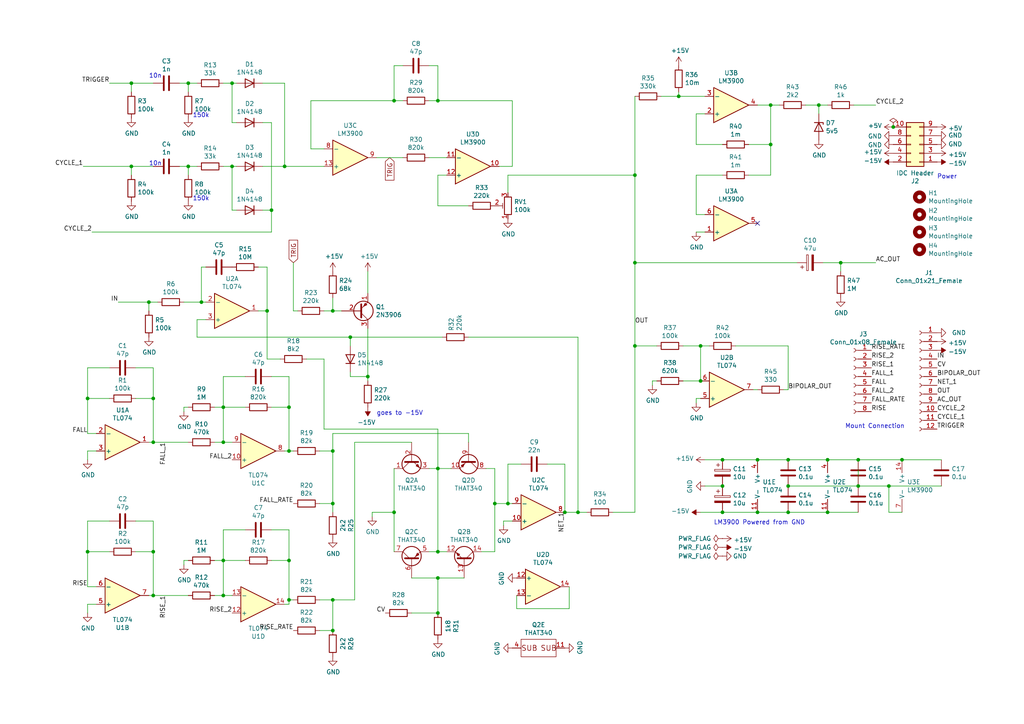
<source format=kicad_sch>
(kicad_sch (version 20230121) (generator eeschema)
  (paper "A4")
  (title_block (title "Voltage Controlled Slope") (date "2019-12-01") (rev "01") (comment 1 "Original design by Ken Stone") (comment 2 "Schema for main circuit") (comment 4 "License CC BY 4.0 - Attribution 4.0 International"))
  (junction (at 82.55 48.26))
  (junction (at 54.61 24.13))
  (junction (at 257.81 140.97))
  (junction (at 228.6 148.59))
  (junction (at 25.4 115.57))
  (junction (at 223.52 41.91))
  (junction (at 78.74 60.96))
  (junction (at 58.42 87.63))
  (junction (at 184.15 76.2))
  (junction (at 96.52 173.99))
  (junction (at 44.45 172.72))
  (junction (at 101.6 97.79))
  (junction (at 143.51 146.05))
  (junction (at 223.52 30.48))
  (junction (at 127 160.02))
  (junction (at 64.77 172.72))
  (junction (at 240.03 133.35))
  (junction (at 25.4 160.02))
  (junction (at 64.77 162.56))
  (junction (at 43.18 87.63))
  (junction (at 209.55 140.97))
  (junction (at 67.31 24.13))
  (junction (at 127 29.21))
  (junction (at 96.52 90.17))
  (junction (at 44.45 128.27))
  (junction (at 248.92 140.97))
  (junction (at 54.61 48.26))
  (junction (at 209.55 133.35))
  (junction (at 44.45 160.02))
  (junction (at 196.85 27.94))
  (junction (at 114.3 148.59))
  (junction (at 219.71 133.35))
  (junction (at 127 177.8))
  (junction (at 38.1 48.26))
  (junction (at 96.52 182.88))
  (junction (at 64.77 128.27))
  (junction (at 44.45 115.57))
  (junction (at 243.84 76.2))
  (junction (at 83.82 173.99))
  (junction (at 114.3 29.21))
  (junction (at 127 135.89))
  (junction (at 203.2 100.33))
  (junction (at 248.92 133.35))
  (junction (at 209.55 148.59))
  (junction (at 83.82 130.81))
  (junction (at 83.82 162.56))
  (junction (at 184.15 100.33))
  (junction (at 127 167.64))
  (junction (at 96.52 130.81))
  (junction (at 83.82 118.11))
  (junction (at 259.08 36.83))
  (junction (at 163.83 148.59))
  (junction (at 106.68 109.22))
  (junction (at 77.47 90.17))
  (junction (at 228.6 133.35))
  (junction (at 237.49 30.48))
  (junction (at 67.31 48.26))
  (junction (at 261.62 133.35))
  (junction (at 64.77 118.11))
  (junction (at 147.32 146.05))
  (junction (at 184.15 50.8))
  (junction (at 228.6 140.97))
  (junction (at 219.71 148.59))
  (junction (at 38.1 24.13))
  (junction (at 203.2 110.49))
  (junction (at 96.52 146.05))
  (junction (at 167.64 148.59))
  (junction (at 240.03 148.59))
  (no_connect (at 219.71 64.77))
  (wire (pts (xy 59.69 77.47) (xy 58.42 77.47)))
  (wire (pts (xy 231.14 76.2) (xy 184.15 76.2)))
  (wire (pts (xy 135.89 97.79) (xy 167.64 97.79)))
  (wire (pts (xy 223.52 50.8) (xy 217.17 50.8)))
  (wire (pts (xy 203.2 100.33) (xy 205.74 100.33)))
  (wire (pts (xy 228.6 100.33) (xy 228.6 113.03)))
  (wire (pts (xy 257.81 140.97) (xy 273.05 140.97)))
  (wire (pts (xy 25.4 175.26) (xy 25.4 177.8)))
  (wire (pts (xy 203.2 100.33) (xy 198.12 100.33)))
  (wire (pts (xy 165.1 176.53) (xy 165.1 170.18)))
  (wire (pts (xy 53.34 118.11) (xy 54.61 118.11)))
  (wire (pts (xy 184.15 27.94) (xy 184.15 50.8)))
  (wire (pts (xy 25.4 106.68) (xy 25.4 115.57)))
  (wire (pts (xy 78.74 162.56) (xy 83.82 162.56)))
  (wire (pts (xy 54.61 26.67) (xy 54.61 24.13)))
  (wire (pts (xy 237.49 30.48) (xy 237.49 33.02)))
  (wire (pts (xy 114.3 29.21) (xy 90.17 29.21)))
  (wire (pts (xy 106.68 85.09) (xy 106.68 78.74)))
  (wire (pts (xy 127 177.8) (xy 119.38 177.8)))
  (wire (pts (xy 27.94 175.26) (xy 25.4 175.26)))
  (wire (pts (xy 58.42 77.47) (xy 58.42 87.63)))
  (wire (pts (xy 53.34 162.56) (xy 54.61 162.56)))
  (wire (pts (xy 62.23 118.11) (xy 64.77 118.11)))
  (wire (pts (xy 228.6 133.35) (xy 240.03 133.35)))
  (wire (pts (xy 257.81 148.59) (xy 261.62 148.59)))
  (wire (pts (xy 219.71 30.48) (xy 223.52 30.48)))
  (wire (pts (xy 135.89 128.27) (xy 135.89 125.73)))
  (wire (pts (xy 54.61 48.26) (xy 57.15 48.26)))
  (wire (pts (xy 31.75 160.02) (xy 25.4 160.02)))
  (wire (pts (xy 219.71 113.03) (xy 218.44 113.03)))
  (wire (pts (xy 143.51 135.89) (xy 140.97 135.89)))
  (wire (pts (xy 39.37 160.02) (xy 44.45 160.02)))
  (wire (pts (xy 184.15 50.8) (xy 184.15 76.2)))
  (wire (pts (xy 96.52 146.05) (xy 96.52 148.59)))
  (wire (pts (xy 127 50.8) (xy 127 59.69)))
  (wire (pts (xy 58.42 87.63) (xy 59.69 87.63)))
  (wire (pts (xy 71.12 118.11) (xy 64.77 118.11)))
  (wire (pts (xy 67.31 35.56) (xy 68.58 35.56)))
  (wire (pts (xy 102.87 128.27) (xy 102.87 173.99)))
  (wire (pts (xy 223.52 41.91) (xy 223.52 50.8)))
  (wire (pts (xy 184.15 76.2) (xy 184.15 100.33)))
  (wire (pts (xy 25.4 125.73) (xy 27.94 125.73)))
  (wire (pts (xy 53.34 162.56) (xy 53.34 163.83)))
  (wire (pts (xy 43.18 87.63) (xy 45.72 87.63)))
  (wire (pts (xy 238.76 76.2) (xy 243.84 76.2)))
  (wire (pts (xy 67.31 48.26) (xy 67.31 60.96)))
  (wire (pts (xy 147.32 50.8) (xy 184.15 50.8)))
  (wire (pts (xy 203.2 148.59) (xy 209.55 148.59)))
  (wire (pts (xy 101.6 107.95) (xy 101.6 109.22)))
  (wire (pts (xy 184.15 100.33) (xy 184.15 148.59)))
  (wire (pts (xy 114.3 148.59) (xy 114.3 135.89)))
  (wire (pts (xy 24.13 48.26) (xy 38.1 48.26)))
  (wire (pts (xy 78.74 118.11) (xy 83.82 118.11)))
  (wire (pts (xy 90.17 29.21) (xy 90.17 43.18)))
  (wire (pts (xy 177.8 148.59) (xy 184.15 148.59)))
  (wire (pts (xy 93.98 124.46) (xy 127 124.46)))
  (wire (pts (xy 204.47 62.23) (xy 201.93 62.23)))
  (wire (pts (xy 62.23 162.56) (xy 64.77 162.56)))
  (wire (pts (xy 64.77 153.67) (xy 64.77 162.56)))
  (wire (pts (xy 158.75 134.62) (xy 163.83 134.62)))
  (wire (pts (xy 44.45 128.27) (xy 43.18 128.27)))
  (wire (pts (xy 43.18 90.17) (xy 43.18 87.63)))
  (wire (pts (xy 54.61 50.8) (xy 54.61 48.26)))
  (wire (pts (xy 146.05 151.13) (xy 148.59 151.13)))
  (wire (pts (xy 101.6 109.22) (xy 106.68 109.22)))
  (wire (pts (xy 147.32 55.88) (xy 147.32 50.8)))
  (wire (pts (xy 76.2 48.26) (xy 82.55 48.26)))
  (wire (pts (xy 203.2 110.49) (xy 203.2 100.33)))
  (wire (pts (xy 31.75 151.13) (xy 25.4 151.13)))
  (wire (pts (xy 53.34 87.63) (xy 58.42 87.63)))
  (wire (pts (xy 83.82 153.67) (xy 83.82 162.56)))
  (wire (pts (xy 38.1 50.8) (xy 38.1 48.26)))
  (wire (pts (xy 128.27 97.79) (xy 101.6 97.79)))
  (wire (pts (xy 44.45 151.13) (xy 44.45 160.02)))
  (wire (pts (xy 71.12 162.56) (xy 64.77 162.56)))
  (wire (pts (xy 204.47 140.97) (xy 209.55 140.97)))
  (wire (pts (xy 62.23 172.72) (xy 64.77 172.72)))
  (wire (pts (xy 52.07 24.13) (xy 54.61 24.13)))
  (wire (pts (xy 77.47 90.17) (xy 74.93 90.17)))
  (wire (pts (xy 101.6 97.79) (xy 101.6 100.33)))
  (wire (pts (xy 82.55 48.26) (xy 82.55 24.13)))
  (wire (pts (xy 248.92 133.35) (xy 261.62 133.35)))
  (wire (pts (xy 74.93 77.47) (xy 77.47 77.47)))
  (wire (pts (xy 64.77 48.26) (xy 67.31 48.26)))
  (wire (pts (xy 38.1 48.26) (xy 44.45 48.26)))
  (wire (pts (xy 83.82 109.22) (xy 83.82 118.11)))
  (wire (pts (xy 213.36 100.33) (xy 228.6 100.33)))
  (wire (pts (xy 25.4 151.13) (xy 25.4 160.02)))
  (wire (pts (xy 52.07 48.26) (xy 54.61 48.26)))
  (wire (pts (xy 129.54 50.8) (xy 127 50.8)))
  (wire (pts (xy 96.52 125.73) (xy 96.52 130.81)))
  (wire (pts (xy 147.32 134.62) (xy 147.32 146.05)))
  (wire (pts (xy 77.47 77.47) (xy 77.47 90.17)))
  (wire (pts (xy 243.84 78.74) (xy 243.84 76.2)))
  (wire (pts (xy 124.46 135.89) (xy 127 135.89)))
  (wire (pts (xy 76.2 35.56) (xy 78.74 35.56)))
  (wire (pts (xy 27.94 130.81) (xy 25.4 130.81)))
  (wire (pts (xy 83.82 130.81) (xy 85.09 130.81)))
  (wire (pts (xy 119.38 167.64) (xy 127 167.64)))
  (wire (pts (xy 26.67 67.31) (xy 78.74 67.31)))
  (wire (pts (xy 93.98 43.18) (xy 90.17 43.18)))
  (wire (pts (xy 67.31 48.26) (xy 68.58 48.26)))
  (wire (pts (xy 196.85 26.67) (xy 196.85 27.94)))
  (wire (pts (xy 82.55 130.81) (xy 83.82 130.81)))
  (wire (pts (xy 127 29.21) (xy 124.46 29.21)))
  (wire (pts (xy 139.7 160.02) (xy 143.51 160.02)))
  (wire (pts (xy 148.59 29.21) (xy 127 29.21)))
  (wire (pts (xy 209.55 41.91) (xy 201.93 41.91)))
  (wire (pts (xy 78.74 109.22) (xy 83.82 109.22)))
  (wire (pts (xy 129.54 160.02) (xy 127 160.02)))
  (wire (pts (xy 57.15 97.79) (xy 57.15 92.71)))
  (wire (pts (xy 64.77 128.27) (xy 67.31 128.27)))
  (wire (pts (xy 257.81 140.97) (xy 257.81 148.59)))
  (wire (pts (xy 44.45 172.72) (xy 54.61 172.72)))
  (wire (pts (xy 44.45 106.68) (xy 44.45 115.57)))
  (wire (pts (xy 44.45 160.02) (xy 44.45 172.72)))
  (wire (pts (xy 54.61 24.13) (xy 57.15 24.13)))
  (wire (pts (xy 31.75 106.68) (xy 25.4 106.68)))
  (wire (pts (xy 147.32 146.05) (xy 143.51 146.05)))
  (wire (pts (xy 146.05 152.4) (xy 146.05 151.13)))
  (wire (pts (xy 204.47 33.02) (xy 201.93 33.02)))
  (wire (pts (xy 25.4 160.02) (xy 25.4 170.18)))
  (wire (pts (xy 96.52 90.17) (xy 99.06 90.17)))
  (wire (pts (xy 71.12 109.22) (xy 64.77 109.22)))
  (wire (pts (xy 201.93 67.31) (xy 204.47 67.31)))
  (wire (pts (xy 127 124.46) (xy 127 135.89)))
  (wire (pts (xy 163.83 134.62) (xy 163.83 148.59)))
  (wire (pts (xy 261.62 133.35) (xy 273.05 133.35)))
  (wire (pts (xy 64.77 109.22) (xy 64.77 118.11)))
  (wire (pts (xy 76.2 60.96) (xy 78.74 60.96)))
  (wire (pts (xy 83.82 173.99) (xy 85.09 173.99)))
  (wire (pts (xy 96.52 173.99) (xy 96.52 182.88)))
  (wire (pts (xy 203.2 115.57) (xy 201.93 115.57)))
  (wire (pts (xy 106.68 110.49) (xy 106.68 109.22)))
  (wire (pts (xy 93.98 104.14) (xy 93.98 124.46)))
  (wire (pts (xy 240.03 148.59) (xy 248.92 148.59)))
  (wire (pts (xy 219.71 133.35) (xy 228.6 133.35)))
  (wire (pts (xy 209.55 148.59) (xy 219.71 148.59)))
  (wire (pts (xy 149.86 176.53) (xy 165.1 176.53)))
  (wire (pts (xy 151.13 134.62) (xy 147.32 134.62)))
  (wire (pts (xy 93.98 90.17) (xy 96.52 90.17)))
  (wire (pts (xy 109.22 45.72) (xy 116.84 45.72)))
  (wire (pts (xy 92.71 182.88) (xy 96.52 182.88)))
  (wire (pts (xy 83.82 173.99) (xy 83.82 175.26)))
  (wire (pts (xy 96.52 86.36) (xy 96.52 90.17)))
  (wire (pts (xy 223.52 41.91) (xy 223.52 30.48)))
  (wire (pts (xy 85.09 76.2) (xy 85.09 90.17)))
  (wire (pts (xy 107.95 148.59) (xy 114.3 148.59)))
  (wire (pts (xy 107.95 149.86) (xy 107.95 148.59)))
  (wire (pts (xy 243.84 76.2) (xy 254 76.2)))
  (wire (pts (xy 143.51 160.02) (xy 143.51 146.05)))
  (wire (pts (xy 240.03 133.35) (xy 248.92 133.35)))
  (wire (pts (xy 39.37 106.68) (xy 44.45 106.68)))
  (wire (pts (xy 196.85 27.94) (xy 204.47 27.94)))
  (wire (pts (xy 92.71 173.99) (xy 96.52 173.99)))
  (wire (pts (xy 67.31 24.13) (xy 67.31 35.56)))
  (wire (pts (xy 127 19.05) (xy 127 29.21)))
  (wire (pts (xy 96.52 130.81) (xy 92.71 130.81)))
  (wire (pts (xy 148.59 29.21) (xy 148.59 48.26)))
  (wire (pts (xy 167.64 148.59) (xy 170.18 148.59)))
  (wire (pts (xy 217.17 41.91) (xy 223.52 41.91)))
  (wire (pts (xy 127 135.89) (xy 127 160.02)))
  (wire (pts (xy 38.1 26.67) (xy 38.1 24.13)))
  (wire (pts (xy 77.47 104.14) (xy 81.28 104.14)))
  (wire (pts (xy 44.45 128.27) (xy 54.61 128.27)))
  (wire (pts (xy 167.64 97.79) (xy 167.64 148.59)))
  (wire (pts (xy 101.6 97.79) (xy 57.15 97.79)))
  (wire (pts (xy 64.77 128.27) (xy 62.23 128.27)))
  (wire (pts (xy 127 135.89) (xy 130.81 135.89)))
  (wire (pts (xy 25.4 115.57) (xy 25.4 125.73)))
  (wire (pts (xy 124.46 19.05) (xy 127 19.05)))
  (wire (pts (xy 102.87 128.27) (xy 119.38 128.27)))
  (wire (pts (xy 44.45 115.57) (xy 44.45 128.27)))
  (wire (pts (xy 201.93 41.91) (xy 201.93 33.02)))
  (wire (pts (xy 219.71 148.59) (xy 228.6 148.59)))
  (wire (pts (xy 57.15 92.71) (xy 59.69 92.71)))
  (wire (pts (xy 127 59.69) (xy 135.89 59.69)))
  (wire (pts (xy 114.3 148.59) (xy 114.3 160.02)))
  (wire (pts (xy 64.77 24.13) (xy 67.31 24.13)))
  (wire (pts (xy 226.06 30.48) (xy 223.52 30.48)))
  (wire (pts (xy 248.92 140.97) (xy 257.81 140.97)))
  (wire (pts (xy 31.75 24.13) (xy 38.1 24.13)))
  (wire (pts (xy 71.12 153.67) (xy 64.77 153.67)))
  (wire (pts (xy 53.34 118.11) (xy 53.34 119.38)))
  (wire (pts (xy 127 167.64) (xy 134.62 167.64)))
  (wire (pts (xy 39.37 151.13) (xy 44.45 151.13)))
  (wire (pts (xy 25.4 170.18) (xy 27.94 170.18)))
  (wire (pts (xy 78.74 153.67) (xy 83.82 153.67)))
  (wire (pts (xy 38.1 24.13) (xy 44.45 24.13)))
  (wire (pts (xy 124.46 45.72) (xy 129.54 45.72)))
  (wire (pts (xy 82.55 48.26) (xy 93.98 48.26)))
  (wire (pts (xy 96.52 130.81) (xy 96.52 146.05)))
  (wire (pts (xy 92.71 146.05) (xy 96.52 146.05)))
  (wire (pts (xy 201.93 50.8) (xy 201.93 62.23)))
  (wire (pts (xy 39.37 115.57) (xy 44.45 115.57)))
  (wire (pts (xy 190.5 110.49) (xy 189.23 110.49)))
  (wire (pts (xy 144.78 48.26) (xy 148.59 48.26)))
  (wire (pts (xy 209.55 50.8) (xy 201.93 50.8)))
  (wire (pts (xy 85.09 90.17) (xy 86.36 90.17)))
  (wire (pts (xy 31.75 115.57) (xy 25.4 115.57)))
  (wire (pts (xy 127 177.8) (xy 127 167.64)))
  (wire (pts (xy 233.68 30.48) (xy 237.49 30.48)))
  (wire (pts (xy 149.86 172.72) (xy 149.86 176.53)))
  (wire (pts (xy 78.74 35.56) (xy 78.74 60.96)))
  (wire (pts (xy 82.55 24.13) (xy 76.2 24.13)))
  (wire (pts (xy 116.84 19.05) (xy 114.3 19.05)))
  (wire (pts (xy 83.82 162.56) (xy 83.82 173.99)))
  (wire (pts (xy 64.77 162.56) (xy 64.77 172.72)))
  (wire (pts (xy 248.92 133.35) (xy 248.92 140.97)))
  (wire (pts (xy 209.55 133.35) (xy 219.71 133.35)))
  (wire (pts (xy 184.15 100.33) (xy 190.5 100.33)))
  (wire (pts (xy 78.74 60.96) (xy 78.74 67.31)))
  (wire (pts (xy 25.4 130.81) (xy 25.4 133.35)))
  (wire (pts (xy 228.6 148.59) (xy 240.03 148.59)))
  (wire (pts (xy 43.18 172.72) (xy 44.45 172.72)))
  (wire (pts (xy 198.12 110.49) (xy 203.2 110.49)))
  (wire (pts (xy 204.47 133.35) (xy 209.55 133.35)))
  (wire (pts (xy 67.31 60.96) (xy 68.58 60.96)))
  (wire (pts (xy 77.47 90.17) (xy 77.47 104.14)))
  (wire (pts (xy 240.03 30.48) (xy 237.49 30.48)))
  (wire (pts (xy 67.31 24.13) (xy 68.58 24.13)))
  (wire (pts (xy 189.23 110.49) (xy 189.23 111.76)))
  (wire (pts (xy 191.77 27.94) (xy 196.85 27.94)))
  (wire (pts (xy 143.51 146.05) (xy 143.51 135.89)))
  (wire (pts (xy 83.82 175.26) (xy 82.55 175.26)))
  (wire (pts (xy 148.59 146.05) (xy 147.32 146.05)))
  (wire (pts (xy 34.29 87.63) (xy 43.18 87.63)))
  (wire (pts (xy 228.6 113.03) (xy 227.33 113.03)))
  (wire (pts (xy 228.6 140.97) (xy 248.92 140.97)))
  (wire (pts (xy 114.3 19.05) (xy 114.3 29.21)))
  (wire (pts (xy 201.93 115.57) (xy 201.93 116.84)))
  (wire (pts (xy 247.65 30.48) (xy 254 30.48)))
  (wire (pts (xy 127 160.02) (xy 124.46 160.02)))
  (wire (pts (xy 135.89 125.73) (xy 96.52 125.73)))
  (wire (pts (xy 102.87 173.99) (xy 96.52 173.99)))
  (wire (pts (xy 64.77 172.72) (xy 67.31 172.72)))
  (wire (pts (xy 88.9 104.14) (xy 93.98 104.14)))
  (wire (pts (xy 106.68 109.22) (xy 106.68 95.25)))
  (wire (pts (xy 116.84 29.21) (xy 114.3 29.21)))
  (wire (pts (xy 83.82 118.11) (xy 83.82 130.81)))
  (wire (pts (xy 163.83 148.59) (xy 167.64 148.59)))
  (wire (pts (xy 64.77 118.11) (xy 64.77 128.27)))
  (text "150k" (at 55.88 58.42 0) (effects (font (size 1.27 1.27)) (justify left bottom)))
  (text "LM3900 Powered from GND" (at 207.01 152.4 0) (effects (font (size 1.27 1.27)) (justify left bottom)))
  (text "150k" (at 55.88 34.29 0) (effects (font (size 1.27 1.27)) (justify left bottom)))
  (text "10n" (at 43.18 48.26 0) (effects (font (size 1.27 1.27)) (justify left bottom)))
  (text "10n" (at 43.18 22.86 0) (effects (font (size 1.27 1.27)) (justify left bottom)))
  (text "Mount Connection" (at 245.11 124.46 0) (effects (font (size 1.27 1.27)) (justify left bottom)))
  (text "goes to -15V\n" (at 109.22 120.65 0) (effects (font (size 1.27 1.27)) (justify left bottom)))
  (text "Power" (at 271.78 52.07 0) (effects (font (size 1.27 1.27)) (justify left bottom)))
  (label "OUT" (at 271.78 114.3 0))
  (label "RISE" (at 252.73 119.38 0))
  (label "NET_1" (at 163.83 148.59 270))
  (label "FALL_1" (at 48.26 128.27 270))
  (label "TRIGGER" (at 271.78 124.46 0))
  (label "FALL_1" (at 252.73 109.22 0))
  (label "FALL" (at 25.4 125.73 180))
  (label "OUT" (at 184.15 93.98 0))
  (label "RISE_1" (at 48.26 172.72 270))
  (label "CYCLE_1" (at 24.13 48.26 180))
  (label "IN" (at 271.78 104.14 0))
  (label "AC_OUT" (at 271.78 116.84 0))
  (label "FALL_2" (at 67.31 133.35 180))
  (label "FALL" (at 252.73 111.76 0))
  (label "CYCLE_2" (at 26.67 67.31 180))
  (label "CYCLE_2" (at 271.78 119.38 0))
  (label "RISE_RATE" (at 252.73 101.6 0))
  (label "FALL_RATE" (at 252.73 116.84 0))
  (label "FALL_2" (at 252.73 114.3 0))
  (label "RISE_2" (at 67.31 177.8 180))
  (label "IN" (at 34.29 87.63 180))
  (label "AC_OUT" (at 254 76.2 0))
  (label "NET_1" (at 271.78 111.76 0))
  (label "RISE_1" (at 252.73 106.68 0))
  (label "BIPOLAR_OUT" (at 228.6 113.03 0))
  (label "TRIGGER" (at 31.75 24.13 180))
  (label "CYCLE_2" (at 254 30.48 0))
  (label "CV" (at 111.76 177.8 180))
  (label "RISE_RATE" (at 85.09 182.88 180))
  (label "CYCLE_1" (at 271.78 121.92 0))
  (label "FALL_RATE" (at 85.09 146.05 180))
  (label "CV" (at 271.78 106.68 0))
  (label "RISE_2" (at 252.73 104.14 0))
  (label "BIPOLAR_OUT" (at 271.78 109.22 0))
  (label "RISE" (at 25.4 170.18 180))
  (global_label "TRIG" (shape input) (at 85.09 76.2 90) (property "Intersheetrefs" "${INTERSHEET_REFS}" (effects hide)))
  (global_label "TRIG" (shape input) (at 113.03 45.72 270) (property "Intersheetrefs" "${INTERSHEET_REFS}" (effects hide)))
  (symbol (lib_id "power:+15V") (at 271.78 99.06 270) (unit 1)
    (property "Reference" "#PWR030" (effects hide))
    (property "Value" "+15V" (at 275.0312 99.441 90) (effects (justify left)))
  )
  (symbol (lib_id "power:-15V") (at 271.78 101.6 270) (unit 1)
    (property "Reference" "#PWR031" (effects hide))
    (property "Value" "-15V" (at 275.0312 101.981 90) (effects (justify left)))
  )
  (symbol (lib_id "Device:R") (at 38.1 30.48 180) (unit 1)
    (property "Reference" "R3" (at 39.878 29.3116 0) (effects (justify right)))
    (property "Value" "100k" (at 39.878 31.623 0) (effects (justify right)))
    (property "Footprint" "Resistor_THT:R_Axial_DIN0207_L6.3mm_D2.5mm_P10.16mm_Horizontal" (effects hide))
  )
  (symbol (lib_id "Device:C") (at 48.26 24.13 270) (unit 1)
    (property "Reference" "C3" (at 48.26 17.7292 90))
    (property "Value" "1n" (at 48.26 20.0406 90))
    (property "Footprint" "Capacitor_THT:C_Disc_D3.4mm_W2.1mm_P2.50mm" (effects hide))
  )
  (symbol (lib_id "power:GND") (at 38.1 34.29 0) (unit 1)
    (property "Reference" "#PWR03" (effects hide))
    (property "Value" "GND" (at 38.227 38.6842 0))
  )
  (symbol (lib_id "Device:R") (at 54.61 30.48 180) (unit 1)
    (property "Reference" "R7" (at 56.388 29.3116 0) (effects (justify right)))
    (property "Value" "100k" (at 56.388 31.623 0) (effects (justify right)))
    (property "Footprint" "Resistor_THT:R_Axial_DIN0207_L6.3mm_D2.5mm_P10.16mm_Horizontal" (effects hide))
  )
  (symbol (lib_id "power:GND") (at 54.61 34.29 0) (unit 1)
    (property "Reference" "#PWR08" (effects hide))
    (property "Value" "GND" (at 54.737 38.6842 0))
  )
  (symbol (lib_id "Device:R") (at 60.96 24.13 90) (unit 1)
    (property "Reference" "R13" (at 60.96 18.8722 90))
    (property "Value" "33k" (at 60.96 21.1836 90))
    (property "Footprint" "Resistor_THT:R_Axial_DIN0207_L6.3mm_D2.5mm_P10.16mm_Horizontal" (effects hide))
  )
  (symbol (lib_id "Device:R") (at 38.1 54.61 180) (unit 1)
    (property "Reference" "R4" (at 39.878 53.4416 0) (effects (justify right)))
    (property "Value" "100k" (at 39.878 55.753 0) (effects (justify right)))
    (property "Footprint" "Resistor_THT:R_Axial_DIN0207_L6.3mm_D2.5mm_P10.16mm_Horizontal" (effects hide))
  )
  (symbol (lib_id "Device:C") (at 48.26 48.26 270) (unit 1)
    (property "Reference" "C4" (at 48.26 41.8592 90))
    (property "Value" "1n" (at 48.26 44.1706 90))
    (property "Footprint" "Capacitor_THT:C_Disc_D3.4mm_W2.1mm_P2.50mm" (effects hide))
  )
  (symbol (lib_id "power:GND") (at 38.1 58.42 0) (unit 1)
    (property "Reference" "#PWR04" (effects hide))
    (property "Value" "GND" (at 38.227 62.8142 0))
  )
  (symbol (lib_id "Device:R") (at 54.61 54.61 180) (unit 1)
    (property "Reference" "R8" (at 56.388 53.4416 0) (effects (justify right)))
    (property "Value" "100k" (at 56.388 55.753 0) (effects (justify right)))
    (property "Footprint" "Resistor_THT:R_Axial_DIN0207_L6.3mm_D2.5mm_P10.16mm_Horizontal" (effects hide))
  )
  (symbol (lib_id "power:GND") (at 54.61 58.42 0) (unit 1)
    (property "Reference" "#PWR09" (effects hide))
    (property "Value" "GND" (at 54.737 62.8142 0))
  )
  (symbol (lib_id "Device:R") (at 60.96 48.26 90) (unit 1)
    (property "Reference" "R14" (at 60.96 43.0022 90))
    (property "Value" "33k" (at 60.96 45.3136 90))
    (property "Footprint" "Resistor_THT:R_Axial_DIN0207_L6.3mm_D2.5mm_P10.16mm_Horizontal" (effects hide))
  )
  (symbol (lib_id "Diode:1N4148") (at 72.39 24.13 180) (unit 1)
    (property "Reference" "D1" (at 72.39 18.6436 0))
    (property "Value" "1N4148" (at 72.39 20.955 0))
    (property "Footprint" "Diode_THT:D_DO-35_SOD27_P7.62mm_Horizontal" (effects hide))
    (property "Datasheet" "https://assets.nexperia.com/documents/data-sheet/1N4148_1N4448.pdf" (effects hide))
  )
  (symbol (lib_id "Diode:1N4148") (at 72.39 48.26 180) (unit 1)
    (property "Reference" "D3" (at 72.39 42.7736 0))
    (property "Value" "1N4148" (at 72.39 45.085 0))
    (property "Footprint" "Diode_THT:D_DO-35_SOD27_P7.62mm_Horizontal" (effects hide))
    (property "Datasheet" "https://assets.nexperia.com/documents/data-sheet/1N4148_1N4448.pdf" (effects hide))
  )
  (symbol (lib_id "Diode:1N4148") (at 72.39 35.56 180) (unit 1)
    (property "Reference" "D2" (at 72.39 30.0736 0))
    (property "Value" "1N4148" (at 72.39 32.385 0))
    (property "Footprint" "Diode_THT:D_DO-35_SOD27_P7.62mm_Horizontal" (effects hide))
    (property "Datasheet" "https://assets.nexperia.com/documents/data-sheet/1N4148_1N4448.pdf" (effects hide))
  )
  (symbol (lib_id "Diode:1N4148") (at 72.39 60.96 180) (unit 1)
    (property "Reference" "D4" (at 72.39 55.4736 0))
    (property "Value" "1N4148" (at 72.39 57.785 0))
    (property "Footprint" "Diode_THT:D_DO-35_SOD27_P7.62mm_Horizontal" (effects hide))
    (property "Datasheet" "https://assets.nexperia.com/documents/data-sheet/1N4148_1N4448.pdf" (effects hide))
  )
  (symbol (lib_id "Device:R") (at 120.65 45.72 90) (unit 1)
    (property "Reference" "R30" (at 120.65 40.4622 90))
    (property "Value" "820k" (at 120.65 42.7736 90))
    (property "Footprint" "Resistor_THT:R_Axial_DIN0207_L6.3mm_D2.5mm_P10.16mm_Horizontal" (effects hide))
  )
  (symbol (lib_id "Device:R") (at 120.65 29.21 90) (unit 1)
    (property "Reference" "R29" (at 120.65 23.9522 90))
    (property "Value" "820k" (at 120.65 26.2636 90))
    (property "Footprint" "Resistor_THT:R_Axial_DIN0207_L6.3mm_D2.5mm_P5.08mm_Vertical" (effects hide))
  )
  (symbol (lib_id "Device:C") (at 120.65 19.05 90) (unit 1)
    (property "Reference" "C8" (at 120.65 12.6492 90))
    (property "Value" "47p" (at 120.65 14.9606 90))
    (property "Footprint" "Capacitor_THT:C_Disc_D5.0mm_W2.5mm_P2.50mm" (effects hide))
  )
  (symbol (lib_id "Device:R") (at 196.85 22.86 0) (unit 1)
    (property "Reference" "R36" (at 198.628 21.6916 0) (effects (justify left)))
    (property "Value" "10m" (at 198.628 24.003 0) (effects (justify left)))
    (property "Footprint" "Resistor_THT:R_Axial_DIN0207_L6.3mm_D2.5mm_P10.16mm_Horizontal" (effects hide))
  )
  (symbol (lib_id "power:+15V") (at 196.85 19.05 0) (unit 1)
    (property "Reference" "#PWR022" (effects hide))
    (property "Value" "+15V" (at 197.231 14.6558 0))
  )
  (symbol (lib_id "Device:R") (at 187.96 27.94 270) (unit 1)
    (property "Reference" "R35" (at 187.96 22.6822 90))
    (property "Value" "330k" (at 187.96 24.9936 90))
    (property "Footprint" "Resistor_THT:R_Axial_DIN0207_L6.3mm_D2.5mm_P10.16mm_Horizontal" (effects hide))
  )
  (symbol (lib_id "Device:R") (at 213.36 41.91 270) (unit 1)
    (property "Reference" "R40" (at 213.36 36.6522 90))
    (property "Value" "1m" (at 213.36 38.9636 90))
    (property "Footprint" "Resistor_THT:R_Axial_DIN0207_L6.3mm_D2.5mm_P7.62mm_Horizontal" (effects hide))
  )
  (symbol (lib_id "Device:R") (at 213.36 50.8 270) (unit 1)
    (property "Reference" "R41" (at 213.36 45.5422 90))
    (property "Value" "1m" (at 213.36 47.8536 90))
    (property "Footprint" "Resistor_THT:R_Axial_DIN0207_L6.3mm_D2.5mm_P2.54mm_Vertical" (effects hide))
  )
  (symbol (lib_id "power:GND") (at 201.93 67.31 0) (unit 1)
    (property "Reference" "#PWR023" (effects hide))
    (property "Value" "GND" (at 202.057 71.7042 0))
  )
  (symbol (lib_id "Device:R") (at 229.87 30.48 270) (unit 1)
    (property "Reference" "R43" (at 229.87 25.2222 90))
    (property "Value" "2k2" (at 229.87 27.5336 90))
    (property "Footprint" "Resistor_THT:R_Axial_DIN0207_L6.3mm_D2.5mm_P10.16mm_Horizontal" (effects hide))
  )
  (symbol (lib_id "Device:D_Zener") (at 237.49 36.83 270) (unit 1)
    (property "Reference" "D7" (at 239.4966 35.6616 90) (effects (justify left)))
    (property "Value" "5v5" (at 239.4966 37.973 90) (effects (justify left)))
    (property "Footprint" "Diode_THT:D_DO-35_SOD27_P10.16mm_Horizontal" (effects hide))
  )
  (symbol (lib_id "power:GND") (at 237.49 40.64 0) (unit 1)
    (property "Reference" "#PWR028" (effects hide))
    (property "Value" "GND" (at 237.617 45.0342 0))
  )
  (symbol (lib_id "Device:R") (at 243.84 30.48 270) (unit 1)
    (property "Reference" "R46" (at 243.84 25.2222 90))
    (property "Value" "1k" (at 243.84 27.5336 90))
    (property "Footprint" "Resistor_THT:R_Axial_DIN0207_L6.3mm_D2.5mm_P10.16mm_Horizontal" (effects hide))
  )
  (symbol (lib_id "Device:C_Polarized") (at 234.95 76.2 90) (unit 1)
    (property "Reference" "C10" (at 234.95 69.723 90))
    (property "Value" "47u" (at 234.95 72.0344 90))
    (property "Footprint" "Capacitor_THT:CP_Radial_D5.0mm_P2.50mm" (effects hide))
  )
  (symbol (lib_id "power:GND") (at 271.78 96.52 90) (unit 1)
    (property "Reference" "#PWR032" (effects hide))
    (property "Value" "GND" (at 278.13 96.52 90))
  )
  (symbol (lib_id "elektrophon:LM3900") (at 212.09 64.77 0) (mirror x) (unit 1)
    (property "Reference" "U3" (at 212.09 55.4482 0))
    (property "Value" "LM3900" (at 212.09 57.7596 0))
    (property "Footprint" "Package_DIP:DIP-14_W7.62mm_Socket" (effects hide))
  )
  (symbol (lib_id "elektrophon:LM3900") (at 212.09 30.48 0) (mirror x) (unit 2)
    (property "Reference" "U3" (at 212.09 21.1582 0))
    (property "Value" "LM3900" (at 212.09 23.4696 0))
    (property "Footprint" "Package_DIP:DIP-14_W7.62mm_Socket" (effects hide))
  )
  (symbol (lib_id "elektrophon:LM3900") (at 101.6 45.72 0) (mirror x) (unit 3)
    (property "Reference" "U3" (at 101.6 36.3982 0))
    (property "Value" "LM3900" (at 101.6 38.7096 0))
    (property "Footprint" "Package_DIP:DIP-14_W7.62mm_Socket" (effects hide))
  )
  (symbol (lib_id "elektrophon:LM3900") (at 137.16 48.26 0) (mirror x) (unit 4)
    (property "Reference" "U3" (at 137.16 38.9382 0))
    (property "Value" "LM3900" (at 137.16 41.2496 0))
    (property "Footprint" "Package_DIP:DIP-14_W7.62mm_Socket" (effects hide))
  )
  (symbol (lib_id "Device:R") (at 243.84 82.55 0) (unit 1)
    (property "Reference" "R47" (at 245.618 81.3816 0) (effects (justify left)))
    (property "Value" "1M" (at 245.618 83.693 0) (effects (justify left)))
    (property "Footprint" "Resistor_THT:R_Axial_DIN0207_L6.3mm_D2.5mm_P10.16mm_Horizontal" (effects hide))
  )
  (symbol (lib_id "power:GND") (at 243.84 86.36 0) (unit 1)
    (property "Reference" "#PWR029" (effects hide))
    (property "Value" "GND" (at 243.967 90.7542 0))
  )
  (symbol (lib_id "Amplifier_Operational:TL074") (at 156.21 148.59 0) (mirror x) (unit 3)
    (property "Reference" "U2" (at 156.21 139.2682 0))
    (property "Value" "TL074" (at 156.21 141.5796 0))
    (property "Footprint" "Package_DIP:DIP-14_W7.62mm_Socket" (effects hide))
    (property "Datasheet" "http://www.ti.com/lit/ds/symlink/tl071.pdf" (effects hide))
  )
  (symbol (lib_id "Amplifier_Operational:TL074") (at 157.48 170.18 0) (unit 4)
    (property "Reference" "U2" (at 157.48 160.8582 0))
    (property "Value" "TL074" (at 157.48 163.1696 0))
    (property "Footprint" "Package_DIP:DIP-14_W7.62mm_Socket" (effects hide))
    (property "Datasheet" "http://www.ti.com/lit/ds/symlink/tl071.pdf" (effects hide))
  )
  (symbol (lib_id "power:GND") (at 149.86 167.64 270) (unit 1)
    (property "Reference" "#PWR020" (effects hide))
    (property "Value" "GND" (at 145.4658 167.767 0))
  )
  (symbol (lib_id "Amplifier_Operational:TL074") (at 210.82 113.03 0) (mirror x) (unit 2)
    (property "Reference" "U2" (at 210.82 103.7082 0))
    (property "Value" "TL074" (at 210.82 106.0196 0))
    (property "Footprint" "Package_DIP:DIP-14_W7.62mm_Socket" (effects hide))
    (property "Datasheet" "http://www.ti.com/lit/ds/symlink/tl071.pdf" (effects hide))
  )
  (symbol (lib_id "Device:R") (at 223.52 113.03 90) (unit 1)
    (property "Reference" "R45" (at 223.52 107.7722 90))
    (property "Value" "330" (at 223.52 110.0836 90))
    (property "Footprint" "Resistor_THT:R_Axial_DIN0207_L6.3mm_D2.5mm_P10.16mm_Horizontal" (effects hide))
  )
  (symbol (lib_id "Device:R") (at 209.55 100.33 90) (unit 1)
    (property "Reference" "R42" (at 209.55 95.0722 90))
    (property "Value" "100k" (at 209.55 97.3836 90))
    (property "Footprint" "Resistor_THT:R_Axial_DIN0207_L6.3mm_D2.5mm_P10.16mm_Horizontal" (effects hide))
  )
  (symbol (lib_id "power:GND") (at 201.93 116.84 0) (unit 1)
    (property "Reference" "#PWR025" (effects hide))
    (property "Value" "GND" (at 202.057 121.2342 0))
  )
  (symbol (lib_id "Connector:Conn_01x12_Socket") (at 266.7 109.22 0) (mirror y) (unit 1)
    (property "Reference" "J1" (at 269.4432 79.121 0))
    (property "Value" "Conn_01x21_Female" (at 269.4432 81.4324 0))
    (property "Footprint" "Connector_PinSocket_2.54mm:PinSocket_1x21_P2.54mm_Vertical" (effects hide))
  )
  (symbol (lib_id "Device:R") (at 194.31 110.49 90) (unit 1)
    (property "Reference" "R38" (at 194.31 105.2322 90))
    (property "Value" "620k" (at 194.31 107.5436 90))
    (property "Footprint" "Resistor_THT:R_Axial_DIN0207_L6.3mm_D2.5mm_P10.16mm_Horizontal" (effects hide))
  )
  (symbol (lib_id "Device:R") (at 194.31 100.33 90) (unit 1)
    (property "Reference" "R37" (at 194.31 95.0722 90))
    (property "Value" "100k" (at 194.31 97.3836 90))
    (property "Footprint" "Resistor_THT:R_Axial_DIN0207_L6.3mm_D2.5mm_P10.16mm_Horizontal" (effects hide))
  )
  (symbol (lib_id "power:GND") (at 189.23 111.76 0) (unit 1)
    (property "Reference" "#PWR024" (effects hide))
    (property "Value" "GND" (at 189.357 116.1542 0))
  )
  (symbol (lib_id "Device:R") (at 43.18 93.98 180) (unit 1)
    (property "Reference" "R5" (at 44.958 92.8116 0) (effects (justify right)))
    (property "Value" "100k" (at 44.958 95.123 0) (effects (justify right)))
    (property "Footprint" "Resistor_THT:R_Axial_DIN0207_L6.3mm_D2.5mm_P10.16mm_Horizontal" (effects hide))
  )
  (symbol (lib_id "power:GND") (at 43.18 97.79 0) (unit 1)
    (property "Reference" "#PWR05" (effects hide))
    (property "Value" "GND" (at 43.307 102.1842 0))
  )
  (symbol (lib_id "Device:R") (at 49.53 87.63 90) (unit 1)
    (property "Reference" "R6" (at 49.53 82.3722 90))
    (property "Value" "100k" (at 49.53 84.6836 90))
    (property "Footprint" "Resistor_THT:R_Axial_DIN0207_L6.3mm_D2.5mm_P10.16mm_Horizontal" (effects hide))
  )
  (symbol (lib_id "Amplifier_Operational:TL074") (at 67.31 90.17 0) (mirror x) (unit 1)
    (property "Reference" "U2" (at 67.31 80.8482 0))
    (property "Value" "TL074" (at 67.31 83.1596 0))
    (property "Footprint" "Package_DIP:DIP-14_W7.62mm_Socket" (effects hide))
    (property "Datasheet" "http://www.ti.com/lit/ds/symlink/tl071.pdf" (effects hide))
  )
  (symbol (lib_id "Device:R") (at 71.12 77.47 90) (unit 1)
    (property "Reference" "R15" (at 71.12 72.2122 90))
    (property "Value" "10M" (at 71.12 74.5236 90))
    (property "Footprint" "Resistor_THT:R_Axial_DIN0207_L6.3mm_D2.5mm_P10.16mm_Horizontal" (effects hide))
  )
  (symbol (lib_id "Device:C") (at 63.5 77.47 270) (unit 1)
    (property "Reference" "C5" (at 63.5 71.0692 90))
    (property "Value" "47p" (at 63.5 73.3806 90))
    (property "Footprint" "Capacitor_THT:C_Disc_D3.4mm_W2.1mm_P2.50mm" (effects hide))
  )
  (symbol (lib_id "Device:R") (at 90.17 90.17 90) (unit 1)
    (property "Reference" "R23" (at 90.17 84.9122 90))
    (property "Value" "220k" (at 90.17 87.2236 90))
    (property "Footprint" "Resistor_THT:R_Axial_DIN0207_L6.3mm_D2.5mm_P10.16mm_Horizontal" (effects hide))
  )
  (symbol (lib_id "Device:R") (at 96.52 82.55 0) (unit 1)
    (property "Reference" "R24" (at 98.298 81.3816 0) (effects (justify left)))
    (property "Value" "68k" (at 98.298 83.693 0) (effects (justify left)))
    (property "Footprint" "Resistor_THT:R_Axial_DIN0207_L6.3mm_D2.5mm_P10.16mm_Horizontal" (effects hide))
  )
  (symbol (lib_id "Transistor_BJT:2N3906") (at 104.14 90.17 0) (mirror x) (unit 1)
    (property "Reference" "Q1" (at 108.966 89.0016 0) (effects (justify left)))
    (property "Value" "2N3906" (at 108.966 91.313 0) (effects (justify left)))
    (property "Footprint" "Package_TO_SOT_THT:TO-92_Inline" (effects hide))
    (property "Datasheet" "https://www.fairchildsemi.com/datasheets/2N/2N3906.pdf" (effects hide))
  )
  (symbol (lib_id "Diode:1N4148") (at 101.6 104.14 90) (unit 1)
    (property "Reference" "D5" (at 103.6066 102.9716 90) (effects (justify right)))
    (property "Value" "1N4148" (at 103.6066 105.283 90) (effects (justify right)))
    (property "Footprint" "Diode_THT:D_DO-35_SOD27_P7.62mm_Horizontal" (effects hide))
    (property "Datasheet" "https://assets.nexperia.com/documents/data-sheet/1N4148_1N4448.pdf" (effects hide))
  )
  (symbol (lib_id "power:+15V") (at 96.52 78.74 0) (unit 1)
    (property "Reference" "#PWR010" (effects hide))
    (property "Value" "+15V" (at 96.901 74.3458 0))
  )
  (symbol (lib_id "power:+15V") (at 106.68 78.74 0) (unit 1)
    (property "Reference" "#PWR013" (effects hide))
    (property "Value" "+15V" (at 107.061 74.3458 0))
  )
  (symbol (lib_id "Device:R") (at 106.68 114.3 0) (unit 1)
    (property "Reference" "R27" (at 108.458 113.1316 0) (effects (justify left)))
    (property "Value" "220k" (at 108.458 115.443 0) (effects (justify left)))
    (property "Footprint" "Resistor_THT:R_Axial_DIN0207_L6.3mm_D2.5mm_P10.16mm_Horizontal" (effects hide))
  )
  (symbol (lib_id "Amplifier_Operational:TL074") (at 35.56 128.27 0) (mirror x) (unit 1)
    (property "Reference" "U1" (at 35.56 118.9482 0))
    (property "Value" "TL074" (at 35.56 121.2596 0))
    (property "Footprint" "Package_DIP:DIP-14_W7.62mm_Socket" (effects hide))
    (property "Datasheet" "http://www.ti.com/lit/ds/symlink/tl071.pdf" (effects hide))
  )
  (symbol (lib_id "Amplifier_Operational:TL074") (at 35.56 172.72 0) (mirror x) (unit 2)
    (property "Reference" "U1" (at 35.56 182.0418 0))
    (property "Value" "TL074" (at 35.56 179.7304 0))
    (property "Footprint" "Package_DIP:DIP-14_W7.62mm_Socket" (effects hide))
    (property "Datasheet" "http://www.ti.com/lit/ds/symlink/tl071.pdf" (effects hide))
  )
  (symbol (lib_id "Amplifier_Operational:TL074") (at 74.93 130.81 0) (mirror x) (unit 3)
    (property "Reference" "U1" (at 74.93 140.1318 0))
    (property "Value" "TL074" (at 74.93 137.8204 0))
    (property "Footprint" "Package_DIP:DIP-14_W7.62mm_Socket" (effects hide))
    (property "Datasheet" "http://www.ti.com/lit/ds/symlink/tl071.pdf" (effects hide))
  )
  (symbol (lib_id "Amplifier_Operational:TL074") (at 74.93 175.26 0) (mirror x) (unit 4)
    (property "Reference" "U1" (at 74.93 184.5818 0))
    (property "Value" "TL074" (at 74.93 182.2704 0))
    (property "Footprint" "Package_DIP:DIP-14_W7.62mm_Socket" (effects hide))
    (property "Datasheet" "http://www.ti.com/lit/ds/symlink/tl071.pdf" (effects hide))
  )
  (symbol (lib_id "Device:R") (at 35.56 115.57 90) (unit 1)
    (property "Reference" "R1" (at 35.56 110.3122 90))
    (property "Value" "100k" (at 35.56 112.6236 90))
    (property "Footprint" "Resistor_THT:R_Axial_DIN0207_L6.3mm_D2.5mm_P2.54mm_Vertical" (effects hide))
  )
  (symbol (lib_id "Device:C") (at 35.56 106.68 90) (unit 1)
    (property "Reference" "C1" (at 35.56 100.2792 90))
    (property "Value" "47p" (at 35.56 102.5906 90))
    (property "Footprint" "Capacitor_THT:C_Disc_D3.4mm_W2.1mm_P2.50mm" (effects hide))
  )
  (symbol (lib_id "power:GND") (at 25.4 133.35 0) (unit 1)
    (property "Reference" "#PWR01" (effects hide))
    (property "Value" "GND" (at 25.527 137.7442 0))
  )
  (symbol (lib_id "Device:R") (at 74.93 118.11 90) (unit 1)
    (property "Reference" "R16" (at 74.93 112.8522 90))
    (property "Value" "820k" (at 74.93 115.1636 90))
    (property "Footprint" "Resistor_THT:R_Axial_DIN0207_L6.3mm_D2.5mm_P2.54mm_Vertical" (effects hide))
  )
  (symbol (lib_id "Device:C") (at 74.93 109.22 90) (unit 1)
    (property "Reference" "C6" (at 74.93 102.8192 90))
    (property "Value" "47p" (at 74.93 105.1306 90))
    (property "Footprint" "Capacitor_THT:C_Disc_D3.4mm_W2.1mm_P2.50mm" (effects hide))
  )
  (symbol (lib_id "Device:R") (at 35.56 160.02 90) (unit 1)
    (property "Reference" "R2" (at 35.56 154.7622 90))
    (property "Value" "100k" (at 35.56 157.0736 90))
    (property "Footprint" "Resistor_THT:R_Axial_DIN0207_L6.3mm_D2.5mm_P2.54mm_Vertical" (effects hide))
  )
  (symbol (lib_id "Device:C") (at 35.56 151.13 90) (unit 1)
    (property "Reference" "C2" (at 35.56 144.7292 90))
    (property "Value" "47p" (at 35.56 147.0406 90))
    (property "Footprint" "Capacitor_THT:C_Disc_D3.4mm_W2.1mm_P2.50mm" (effects hide))
  )
  (symbol (lib_id "Device:R") (at 74.93 162.56 90) (unit 1)
    (property "Reference" "R17" (at 74.93 157.3022 90))
    (property "Value" "820k" (at 74.93 159.6136 90))
    (property "Footprint" "Resistor_THT:R_Axial_DIN0207_L6.3mm_D2.5mm_P10.16mm_Horizontal" (effects hide))
  )
  (symbol (lib_id "Device:C") (at 74.93 153.67 90) (unit 1)
    (property "Reference" "C7" (at 74.93 147.2692 90))
    (property "Value" "47p" (at 74.93 149.5806 90))
    (property "Footprint" "Capacitor_THT:C_Disc_D3.4mm_W2.1mm_P2.50mm" (effects hide))
  )
  (symbol (lib_id "power:GND") (at 25.4 177.8 0) (unit 1)
    (property "Reference" "#PWR02" (effects hide))
    (property "Value" "GND" (at 25.527 182.1942 0))
  )
  (symbol (lib_id "Device:R") (at 58.42 118.11 90) (unit 1)
    (property "Reference" "R9" (at 58.42 112.8522 90))
    (property "Value" "1M" (at 58.42 115.1636 90))
    (property "Footprint" "Resistor_THT:R_Axial_DIN0207_L6.3mm_D2.5mm_P10.16mm_Horizontal" (effects hide))
  )
  (symbol (lib_id "power:GND") (at 53.34 119.38 0) (unit 1)
    (property "Reference" "#PWR06" (effects hide))
    (property "Value" "GND" (at 53.467 123.7742 0))
  )
  (symbol (lib_id "Device:R") (at 58.42 128.27 90) (unit 1)
    (property "Reference" "R10" (at 58.42 123.0122 90))
    (property "Value" "470k" (at 58.42 125.3236 90))
    (property "Footprint" "Resistor_THT:R_Axial_DIN0207_L6.3mm_D2.5mm_P10.16mm_Horizontal" (effects hide))
  )
  (symbol (lib_id "Device:R") (at 88.9 130.81 90) (unit 1)
    (property "Reference" "R19" (at 88.9 125.5522 90))
    (property "Value" "82k" (at 88.9 127.8636 90))
    (property "Footprint" "Resistor_THT:R_Axial_DIN0207_L6.3mm_D2.5mm_P10.16mm_Horizontal" (effects hide))
  )
  (symbol (lib_id "Device:R") (at 58.42 162.56 90) (unit 1)
    (property "Reference" "R11" (at 58.42 157.3022 90))
    (property "Value" "1M" (at 58.42 159.6136 90))
    (property "Footprint" "Resistor_THT:R_Axial_DIN0207_L6.3mm_D2.5mm_P10.16mm_Horizontal" (effects hide))
  )
  (symbol (lib_id "power:GND") (at 53.34 163.83 0) (unit 1)
    (property "Reference" "#PWR07" (effects hide))
    (property "Value" "GND" (at 53.467 168.2242 0))
  )
  (symbol (lib_id "Device:R") (at 58.42 172.72 90) (unit 1)
    (property "Reference" "R12" (at 58.42 167.4622 90))
    (property "Value" "470k" (at 58.42 169.7736 90))
    (property "Footprint" "Resistor_THT:R_Axial_DIN0207_L6.3mm_D2.5mm_P10.16mm_Horizontal" (effects hide))
  )
  (symbol (lib_id "Device:R") (at 88.9 146.05 90) (unit 1)
    (property "Reference" "R20" (at 88.9 140.7922 90))
    (property "Value" "82k" (at 88.9 143.1036 90))
    (property "Footprint" "Resistor_THT:R_Axial_DIN0207_L6.3mm_D2.5mm_P10.16mm_Horizontal" (effects hide))
  )
  (symbol (lib_id "Device:R") (at 96.52 152.4 0) (unit 1)
    (property "Reference" "R25" (at 101.7778 152.4 90))
    (property "Value" "2k2" (at 99.4664 152.4 90))
    (property "Footprint" "Resistor_THT:R_Axial_DIN0207_L6.3mm_D2.5mm_P10.16mm_Horizontal" (effects hide))
  )
  (symbol (lib_id "power:GND") (at 96.52 156.21 0) (unit 1)
    (property "Reference" "#PWR011" (effects hide))
    (property "Value" "GND" (at 96.647 160.6042 0))
  )
  (symbol (lib_id "Device:R") (at 88.9 182.88 90) (unit 1)
    (property "Reference" "R22" (at 88.9 177.6222 90))
    (property "Value" "82k" (at 88.9 179.9336 90))
    (property "Footprint" "Resistor_THT:R_Axial_DIN0207_L6.3mm_D2.5mm_P10.16mm_Horizontal" (effects hide))
  )
  (symbol (lib_id "Device:R") (at 96.52 186.69 0) (unit 1)
    (property "Reference" "R26" (at 101.7778 186.69 90))
    (property "Value" "2k2" (at 99.4664 186.69 90))
    (property "Footprint" "Resistor_THT:R_Axial_DIN0207_L6.3mm_D2.5mm_P10.16mm_Horizontal" (effects hide))
  )
  (symbol (lib_id "power:GND") (at 96.52 190.5 0) (unit 1)
    (property "Reference" "#PWR012" (effects hide))
    (property "Value" "GND" (at 96.647 194.8942 0))
  )
  (symbol (lib_id "Device:R") (at 88.9 173.99 90) (unit 1)
    (property "Reference" "R21" (at 88.9 168.7322 90))
    (property "Value" "82k" (at 88.9 171.0436 90))
    (property "Footprint" "Resistor_THT:R_Axial_DIN0207_L6.3mm_D2.5mm_P10.16mm_Horizontal" (effects hide))
  )
  (symbol (lib_id "power:GND") (at 107.95 149.86 0) (unit 1)
    (property "Reference" "#PWR015" (effects hide))
    (property "Value" "GND" (at 108.077 154.2542 0))
  )
  (symbol (lib_id "Device:R") (at 85.09 104.14 90) (unit 1)
    (property "Reference" "R18" (at 85.09 98.8822 90))
    (property "Value" "8k2" (at 85.09 101.1936 90))
    (property "Footprint" "Resistor_THT:R_Axial_DIN0207_L6.3mm_D2.5mm_P10.16mm_Horizontal" (effects hide))
  )
  (symbol (lib_id "power:GND") (at 146.05 152.4 0) (unit 1)
    (property "Reference" "#PWR017" (effects hide))
    (property "Value" "GND" (at 146.177 156.7942 0))
  )
  (symbol (lib_id "Device:C") (at 154.94 134.62 90) (unit 1)
    (property "Reference" "C9" (at 154.94 128.2192 90))
    (property "Value" "22n" (at 154.94 130.5306 90))
    (property "Footprint" "Capacitor_THT:C_Disc_D3.4mm_W2.1mm_P2.50mm" (effects hide))
  )
  (symbol (lib_id "Device:R") (at 173.99 148.59 90) (unit 1)
    (property "Reference" "R34" (at 173.99 143.3322 90))
    (property "Value" "100" (at 173.99 145.6436 90))
    (property "Footprint" "Resistor_THT:R_Axial_DIN0207_L6.3mm_D2.5mm_P10.16mm_Horizontal" (effects hide))
  )
  (symbol (lib_id "elektrophon:THAT340") (at 119.38 133.35 90) (mirror x) (unit 1)
    (property "Reference" "Q2" (at 119.38 139.319 90))
    (property "Value" "THAT340" (at 119.38 141.6304 90))
    (property "Footprint" "Package_DIP:DIP-14_W7.62mm_Socket" (effects hide))
  )
  (symbol (lib_id "elektrophon:THAT340") (at 134.62 162.56 270) (mirror x) (unit 2)
    (property "Reference" "Q2" (at 134.62 154.2542 90))
    (property "Value" "THAT340" (at 134.62 156.5656 90))
    (property "Footprint" "Package_DIP:DIP-14_W7.62mm_Socket" (effects hide))
  )
  (symbol (lib_id "elektrophon:THAT340") (at 119.38 162.56 270) (mirror x) (unit 3)
    (property "Reference" "Q2" (at 119.38 154.2542 90))
    (property "Value" "THAT340" (at 119.38 156.5656 90))
    (property "Footprint" "Package_DIP:DIP-14_W7.62mm_Socket" (effects hide))
  )
  (symbol (lib_id "elektrophon:THAT340") (at 135.89 133.35 90) (mirror x) (unit 4)
    (property "Reference" "Q2" (at 135.89 139.319 90))
    (property "Value" "THAT340" (at 135.89 141.6304 90))
    (property "Footprint" "Package_DIP:DIP-14_W7.62mm_Socket" (effects hide))
  )
  (symbol (lib_id "elektrophon:THAT340") (at 156.21 187.96 0) (unit 5)
    (property "Reference" "Q2" (at 156.21 181.229 0))
    (property "Value" "THAT340" (at 156.21 183.5404 0))
    (property "Footprint" "Package_DIP:DIP-14_W7.62mm_Socket" (effects hide))
  )
  (symbol (lib_id "Device:R") (at 132.08 97.79 90) (unit 1)
    (property "Reference" "R32" (at 130.9116 96.012 0) (effects (justify left)))
    (property "Value" "220k" (at 133.223 96.012 0) (effects (justify left)))
    (property "Footprint" "Resistor_THT:R_Axial_DIN0207_L6.3mm_D2.5mm_P10.16mm_Horizontal" (effects hide))
  )
  (symbol (lib_id "power:GND") (at 163.83 187.96 90) (unit 1)
    (property "Reference" "#PWR021" (effects hide))
    (property "Value" "GND" (at 168.2242 187.833 0))
  )
  (symbol (lib_id "power:GND") (at 148.59 187.96 270) (unit 1)
    (property "Reference" "#PWR019" (effects hide))
    (property "Value" "GND" (at 144.1958 188.087 0))
  )
  (symbol (lib_id "power:GND") (at 127 185.42 0) (unit 1)
    (property "Reference" "#PWR016" (effects hide))
    (property "Value" "GND" (at 127.127 189.8142 0))
  )
  (symbol (lib_id "Device:R") (at 127 181.61 0) (unit 1)
    (property "Reference" "R31" (at 132.2578 181.61 90))
    (property "Value" "1k8" (at 129.9464 181.61 90))
    (property "Footprint" "Resistor_THT:R_Axial_DIN0207_L6.3mm_D2.5mm_P10.16mm_Horizontal" (effects hide))
  )
  (symbol (lib_id "Device:R") (at 115.57 177.8 90) (unit 1)
    (property "Reference" "R28" (at 115.57 172.5422 90))
    (property "Value" "82k" (at 115.57 174.8536 90))
    (property "Footprint" "Resistor_THT:R_Axial_DIN0207_L6.3mm_D2.5mm_P10.16mm_Horizontal" (effects hide))
  )
  (symbol (lib_id "Device:R") (at 139.7 59.69 90) (unit 1)
    (property "Reference" "R33" (at 139.7 54.4322 90))
    (property "Value" "220k" (at 139.7 56.7436 90))
    (property "Footprint" "Resistor_THT:R_Axial_DIN0207_L6.3mm_D2.5mm_P10.16mm_Horizontal" (effects hide))
  )
  (symbol (lib_id "Device:R_Potentiometer_Trim") (at 147.32 59.69 180) (unit 1)
    (property "Reference" "RV1" (at 149.098 58.5216 0) (effects (justify right)))
    (property "Value" "100k" (at 149.098 60.833 0) (effects (justify right)))
    (property "Footprint" "Potentiometer_THT:Potentiometer_Bourns_3296Z_Horizontal" (effects hide))
  )
  (symbol (lib_id "power:GND") (at 147.32 63.5 0) (unit 1)
    (property "Reference" "#PWR018" (effects hide))
    (property "Value" "GND" (at 147.447 67.8942 0))
  )
  (symbol (lib_id "power:-15V") (at 106.68 118.11 180) (unit 1)
    (property "Reference" "#PWR0101" (effects hide))
    (property "Value" "-15V" (at 106.299 122.5042 0))
  )
  (symbol (lib_id "Connector:Conn_01x08_Socket") (at 247.65 109.22 0) (mirror y) (unit 1)
    (property "Reference" "J3" (at 250.3932 96.901 0))
    (property "Value" "Conn_01x08_Female" (at 250.3932 99.2124 0))
    (property "Footprint" "Connector_PinHeader_2.54mm:PinHeader_1x08_P2.54mm_Vertical" (effects hide))
  )
  (symbol (lib_id "power:-15V") (at 271.78 46.99 270) (unit 1)
    (property "Reference" "#PWR045" (effects hide))
    (property "Value" "-15V" (at 275.0312 47.371 90) (effects (justify left)))
  )
  (symbol (lib_id "Mechanical:MountingHole") (at 266.7 57.15 0) (unit 1)
    (property "Reference" "H1" (at 269.24 55.9816 0) (effects (justify left)))
    (property "Value" "MountingHole" (at 269.24 58.293 0) (effects (justify left)))
    (property "Footprint" "MountingHole:MountingHole_2.2mm_M2" (effects hide))
  )
  (symbol (lib_id "power:PWR_FLAG") (at 209.55 156.21 90) (unit 1)
    (property "Reference" "#FLG01" (effects hide))
    (property "Value" "PWR_FLAG" (at 206.2988 156.21 90) (effects (justify left)))
  )
  (symbol (lib_id "power:+5V") (at 271.78 36.83 270) (unit 1)
    (property "Reference" "#PWR041" (effects hide))
    (property "Value" "+5V" (at 275.0312 37.211 90) (effects (justify left)))
  )
  (symbol (lib_id "Mechanical:MountingHole") (at 266.7 72.39 0) (unit 1)
    (property "Reference" "H4" (at 269.24 71.2216 0) (effects (justify left)))
    (property "Value" "MountingHole" (at 269.24 73.533 0) (effects (justify left)))
    (property "Footprint" "MountingHole:MountingHole_2.2mm_M2" (effects hide))
  )
  (symbol (lib_id "power:GND") (at 204.47 140.97 270) (unit 1)
    (property "Reference" "#PWR027" (effects hide))
    (property "Value" "GND" (at 200.0758 141.097 0))
  )
  (symbol (lib_id "power:-15V") (at 203.2 148.59 90) (unit 1)
    (property "Reference" "#PWR014" (effects hide))
    (property "Value" "-15V" (at 199.9488 148.209 90) (effects (justify left)))
  )
  (symbol (lib_id "power:+15V") (at 209.55 156.21 270) (unit 1)
    (property "Reference" "#PWR033" (effects hide))
    (property "Value" "+15V" (at 212.8012 156.591 90) (effects (justify left)))
  )
  (symbol (lib_id "Device:C_Polarized") (at 209.55 137.16 0) (unit 1)
    (property "Reference" "C11" (at 212.5472 135.9916 0) (effects (justify left)))
    (property "Value" "10u" (at 212.5472 138.303 0) (effects (justify left)))
    (property "Footprint" "Capacitor_THT:CP_Radial_D5.0mm_P2.50mm" (effects hide))
  )
  (symbol (lib_id "power:+15V") (at 204.47 133.35 90) (unit 1)
    (property "Reference" "#PWR026" (effects hide))
    (property "Value" "+15V" (at 201.2188 132.969 90) (effects (justify left)))
  )
  (symbol (lib_id "power:-15V") (at 259.08 46.99 90) (unit 1)
    (property "Reference" "#PWR040" (effects hide))
    (property "Value" "-15V" (at 255.8288 46.609 90) (effects (justify left)))
  )
  (symbol (lib_id "Device:C") (at 248.92 144.78 0) (unit 1)
    (property "Reference" "C16" (at 251.841 143.6116 0) (effects (justify left)))
    (property "Value" "0.1u" (at 251.841 145.923 0) (effects (justify left)))
    (property "Footprint" "Capacitor_THT:C_Disc_D3.4mm_W2.1mm_P2.50mm" (effects hide))
  )
  (symbol (lib_id "Device:C") (at 273.05 137.16 0) (unit 1)
    (property "Reference" "C17" (at 275.971 135.9916 0) (effects (justify left)))
    (property "Value" "0.1u" (at 275.971 138.303 0) (effects (justify left)))
    (property "Footprint" "Capacitor_THT:C_Disc_D3.4mm_W2.1mm_P2.50mm" (effects hide))
  )
  (symbol (lib_id "power:PWR_FLAG") (at 209.55 161.29 90) (unit 1)
    (property "Reference" "#FLG03" (effects hide))
    (property "Value" "PWR_FLAG" (at 206.2988 161.29 90) (effects (justify left)))
  )
  (symbol (lib_id "Device:C_Polarized") (at 209.55 144.78 0) (unit 1)
    (property "Reference" "C12" (at 212.5472 143.6116 0) (effects (justify left)))
    (property "Value" "10u" (at 212.5472 145.923 0) (effects (justify left)))
    (property "Footprint" "Capacitor_THT:CP_Radial_D5.0mm_P2.50mm" (effects hide))
  )
  (symbol (lib_id "Amplifier_Operational:TL074") (at 242.57 140.97 0) (unit 5)
    (property "Reference" "U2" (at 241.5032 139.8016 0) (effects (justify left)))
    (property "Value" "TL074" (at 241.5032 142.113 0) (effects (justify left)))
    (property "Footprint" "Package_DIP:DIP-14_W7.62mm_Socket" (effects hide))
    (property "Datasheet" "http://www.ti.com/lit/ds/symlink/tl071.pdf" (effects hide))
  )
  (symbol (lib_id "Device:C") (at 248.92 137.16 0) (unit 1)
    (property "Reference" "C15" (at 251.841 135.9916 0) (effects (justify left)))
    (property "Value" "0.1u" (at 251.841 138.303 0) (effects (justify left)))
    (property "Footprint" "Capacitor_THT:C_Disc_D3.4mm_W2.1mm_P2.50mm" (effects hide))
  )
  (symbol (lib_id "power:+15V") (at 259.08 44.45 90) (unit 1)
    (property "Reference" "#PWR039" (effects hide))
    (property "Value" "+15V" (at 255.8288 44.069 90) (effects (justify left)))
  )
  (symbol (lib_id "power:+5V") (at 259.08 36.83 90) (unit 1)
    (property "Reference" "#PWR036" (effects hide))
    (property "Value" "+5V" (at 255.8288 36.449 90) (effects (justify left)))
  )
  (symbol (lib_id "power:GND") (at 259.08 41.91 270) (unit 1)
    (property "Reference" "#PWR038" (effects hide))
    (property "Value" "GND" (at 255.8288 42.037 90) (effects (justify right)))
  )
  (symbol (lib_id "Amplifier_Operational:TL074") (at 222.25 140.97 0) (unit 5)
    (property "Reference" "U1" (at 221.1832 139.8016 0) (effects (justify left)))
    (property "Value" "TL074" (at 221.1832 142.113 0) (effects (justify left)))
    (property "Footprint" "Package_DIP:DIP-14_W7.62mm_Socket" (effects hide))
    (property "Datasheet" "http://www.ti.com/lit/ds/symlink/tl071.pdf" (effects hide))
  )
  (symbol (lib_id "power:GND") (at 271.78 39.37 90) (unit 1)
    (property "Reference" "#PWR042" (effects hide))
    (property "Value" "GND" (at 275.0312 39.243 90) (effects (justify right)))
  )
  (symbol (lib_id "power:-15V") (at 209.55 158.75 270) (unit 1)
    (property "Reference" "#PWR034" (effects hide))
    (property "Value" "-15V" (at 212.8012 159.131 90) (effects (justify left)))
  )
  (symbol (lib_id "power:+15V") (at 271.78 44.45 270) (unit 1)
    (property "Reference" "#PWR044" (effects hide))
    (property "Value" "+15V" (at 275.0312 44.831 90) (effects (justify left)))
  )
  (symbol (lib_id "power:PWR_FLAG") (at 259.08 36.83 0) (unit 1)
    (property "Reference" "#FLG04" (effects hide))
    (property "Value" "PWR_FLAG" (effects hide))
  )
  (symbol (lib_id "power:PWR_FLAG") (at 209.55 158.75 90) (unit 1)
    (property "Reference" "#FLG02" (effects hide))
    (property "Value" "PWR_FLAG" (at 206.2988 158.75 90) (effects (justify left)))
  )
  (symbol (lib_id "power:GND") (at 259.08 39.37 270) (unit 1)
    (property "Reference" "#PWR037" (effects hide))
    (property "Value" "GND" (at 255.8288 39.497 90) (effects (justify right)))
  )
  (symbol (lib_id "elektrophon:LM3900") (at 264.16 140.97 0) (unit 5)
    (property "Reference" "U3" (at 263.0932 139.8016 0) (effects (justify left)))
    (property "Value" "LM3900" (at 263.0932 142.113 0) (effects (justify left)))
    (property "Footprint" "Package_DIP:DIP-14_W7.62mm_Socket" (effects hide))
  )
  (symbol (lib_id "Mechanical:MountingHole") (at 266.7 62.23 0) (unit 1)
    (property "Reference" "H2" (at 269.24 61.0616 0) (effects (justify left)))
    (property "Value" "MountingHole" (at 269.24 63.373 0) (effects (justify left)))
    (property "Footprint" "MountingHole:MountingHole_2.2mm_M2" (effects hide))
  )
  (symbol (lib_id "Mechanical:MountingHole") (at 266.7 67.31 0) (unit 1)
    (property "Reference" "H3" (at 269.24 66.1416 0) (effects (justify left)))
    (property "Value" "MountingHole" (at 269.24 68.453 0) (effects (justify left)))
    (property "Footprint" "MountingHole:MountingHole_2.2mm_M2" (effects hide))
  )
  (symbol (lib_id "Device:C") (at 228.6 137.16 0) (unit 1)
    (property "Reference" "C13" (at 231.521 135.9916 0) (effects (justify left)))
    (property "Value" "0.1u" (at 231.521 138.303 0) (effects (justify left)))
    (property "Footprint" "Capacitor_THT:C_Disc_D3.4mm_W2.1mm_P2.50mm" (effects hide))
  )
  (symbol (lib_id "Connector_Generic:Conn_02x05_Odd_Even") (at 266.7 41.91 180) (unit 1)
    (property "Reference" "J2" (at 265.43 52.5018 0))
    (property "Value" "IDC Header" (at 265.43 50.1904 0))
    (property "Footprint" "Connector_IDC:IDC-Header_2x05_P2.54mm_Vertical" (effects hide))
  )
  (symbol (lib_id "power:GND") (at 209.55 161.29 90) (unit 1)
    (property "Reference" "#PWR035" (effects hide))
    (property "Value" "GND" (at 214.63 161.29 90))
  )
  (symbol (lib_id "Device:C") (at 228.6 144.78 0) (unit 1)
    (property "Reference" "C14" (at 231.521 143.6116 0) (effects (justify left)))
    (property "Value" "0.1u" (at 231.521 145.923 0) (effects (justify left)))
    (property "Footprint" "Capacitor_THT:C_Disc_D3.4mm_W2.1mm_P2.50mm" (effects hide))
  )
  (symbol (lib_id "power:GND") (at 271.78 41.91 90) (unit 1)
    (property "Reference" "#PWR043" (effects hide))
    (property "Value" "GND" (at 275.0312 41.783 90) (effects (justify right)))
  )
)
</source>
